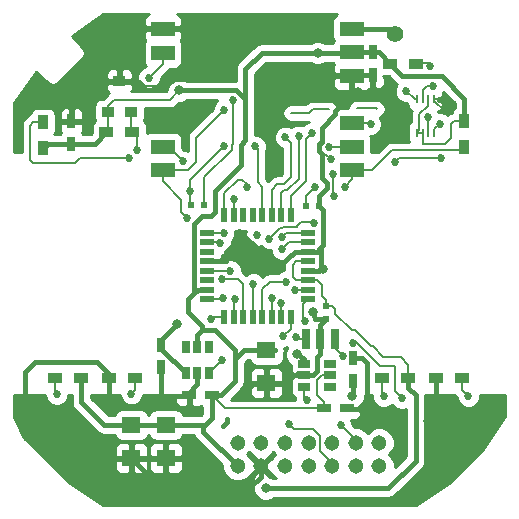
<source format=gbl>
G04 #@! TF.FileFunction,Copper,L2,Bot,Signal*
%FSLAX46Y46*%
G04 Gerber Fmt 4.6, Leading zero omitted, Abs format (unit mm)*
G04 Created by KiCad (PCBNEW 4.0.6) date 04/01/17 23:48:12*
%MOMM*%
%LPD*%
G01*
G04 APERTURE LIST*
%ADD10C,0.100000*%
%ADD11R,1.270000X0.533400*%
%ADD12R,0.533400X1.270000*%
%ADD13R,0.600000X0.500000*%
%ADD14R,0.750000X1.200000*%
%ADD15R,0.500000X0.600000*%
%ADD16R,1.200000X0.750000*%
%ADD17R,1.597660X1.399540*%
%ADD18R,0.900000X1.200000*%
%ADD19R,1.200000X0.900000*%
%ADD20C,1.305560*%
%ADD21R,0.698500X1.699260*%
%ADD22R,1.060000X0.650000*%
%ADD23R,0.650000X1.060000*%
%ADD24C,1.422400*%
%ADD25R,0.248920X0.797560*%
%ADD26R,0.998220X0.899160*%
%ADD27R,1.998980X1.270000*%
%ADD28C,0.800000*%
%ADD29C,0.685800*%
%ADD30C,0.203200*%
%ADD31C,0.406400*%
%ADD32C,0.254000*%
G04 APERTURE END LIST*
D10*
D11*
X152629600Y-102749920D03*
X152629600Y-103550020D03*
X152629600Y-104350120D03*
X152629600Y-105150220D03*
X152629600Y-105947780D03*
X152629600Y-106747880D03*
X152629600Y-107547980D03*
X152629600Y-108348080D03*
D12*
X151136080Y-109841600D03*
X150335980Y-109841600D03*
X149535880Y-109841600D03*
X148735780Y-109841600D03*
X147938220Y-109841600D03*
X147138120Y-109841600D03*
X146338020Y-109841600D03*
X145537920Y-109841600D03*
D11*
X144046940Y-108348080D03*
X144046940Y-107547980D03*
X144046940Y-106747880D03*
X144046940Y-105947780D03*
X144046940Y-105150220D03*
X144046940Y-104350120D03*
X144046940Y-103550020D03*
X144046940Y-102749920D03*
D12*
X145537920Y-101258940D03*
X146338020Y-101258940D03*
X147138120Y-101258940D03*
X147938220Y-101258940D03*
X148735780Y-101258940D03*
X149535880Y-101258940D03*
X150335980Y-101258940D03*
X151136080Y-101258940D03*
D13*
X143832000Y-100418000D03*
X142732000Y-100418000D03*
X153586000Y-100469000D03*
X152486000Y-100469000D03*
D14*
X158116000Y-87453600D03*
X158116000Y-89353600D03*
X156464000Y-113358000D03*
X156464000Y-115258000D03*
X132588000Y-93292000D03*
X132588000Y-95192000D03*
D15*
X154178000Y-110032000D03*
X154178000Y-108932000D03*
D16*
X155890000Y-117610000D03*
X153990000Y-117610000D03*
D14*
X140209000Y-114119000D03*
X140209000Y-112219000D03*
D16*
X142561000Y-116471000D03*
X144461000Y-116471000D03*
D17*
X149098000Y-112654460D03*
X149098000Y-115453540D03*
X140589000Y-119004460D03*
X140589000Y-121803540D03*
X137668000Y-119004460D03*
X137668000Y-121803540D03*
D18*
X130175000Y-93396000D03*
X130175000Y-95596000D03*
D19*
X135552000Y-94242000D03*
X137752000Y-94242000D03*
D18*
X165862000Y-95469000D03*
X165862000Y-93269000D03*
D19*
X133434000Y-115070000D03*
X131234000Y-115070000D03*
X138006000Y-115070000D03*
X135806000Y-115070000D03*
X161120000Y-115070000D03*
X158920000Y-115070000D03*
X165692000Y-115070000D03*
X163492000Y-115070000D03*
X159556000Y-88403600D03*
X161756000Y-88403600D03*
D20*
X146661000Y-120500000D03*
X146661000Y-122498980D03*
X148659980Y-120500000D03*
X148659980Y-122498980D03*
X150658960Y-120500000D03*
X150658960Y-122498980D03*
X152660480Y-120500000D03*
X152660480Y-122498980D03*
X154659460Y-120500000D03*
X154659460Y-122498980D03*
X156660980Y-120500000D03*
X156660980Y-122498980D03*
X158659960Y-120500000D03*
X158659960Y-122498980D03*
D21*
X152471120Y-111768000D03*
X153670000Y-111768000D03*
X154868880Y-111768000D03*
D22*
X152316000Y-115766000D03*
X152316000Y-114816000D03*
X152316000Y-113866000D03*
X154516000Y-113866000D03*
X154516000Y-115766000D03*
X154516000Y-114816000D03*
D23*
X144206000Y-114646000D03*
X143256000Y-114646000D03*
X142306000Y-114646000D03*
X142306000Y-112446000D03*
X144206000Y-112446000D03*
X143256000Y-112446000D03*
D24*
X160021000Y-85863600D03*
D25*
X161811700Y-91449060D03*
X163310300Y-91449060D03*
X162312080Y-94248140D03*
X162312080Y-91449060D03*
X163310300Y-94248140D03*
X162809920Y-94248140D03*
X161811700Y-94248140D03*
X162809920Y-91449060D03*
D26*
X137650220Y-92491940D03*
X135653780Y-92491940D03*
X136652000Y-89896060D03*
D27*
X156334460Y-85448520D03*
X140337540Y-95445960D03*
X156334460Y-89449020D03*
X140335000Y-85448520D03*
X140337540Y-97447480D03*
X156334460Y-93446980D03*
X156334460Y-97447480D03*
X140335000Y-87544020D03*
X156334460Y-95445960D03*
X156334460Y-87450040D03*
D28*
X153060400Y-109418500D03*
X142925800Y-121407300D03*
X147040600Y-116428900D03*
X153873200Y-105786300D03*
X156845000Y-90805000D03*
X162763200Y-118664100D03*
X159308800Y-118511700D03*
D29*
X145542000Y-89408000D03*
X154559000Y-96520000D03*
X164338000Y-92456000D03*
D28*
X152476200Y-88692100D03*
X153339800Y-85326600D03*
X160197800Y-93403800D03*
X141808200Y-92705300D03*
X149034500Y-124366400D03*
X141706600Y-90673300D03*
X153454100Y-87511000D03*
D29*
X146227800Y-91486100D03*
X142582900Y-99207700D03*
X137439400Y-96375600D03*
X145465800Y-95423100D03*
X148145500Y-95423100D03*
X146024600Y-105951400D03*
X153238200Y-98877500D03*
D28*
X151688800Y-113038000D03*
X156375100Y-116594000D03*
X141528800Y-110459900D03*
D29*
X145491200Y-102738300D03*
X131356100Y-116390800D03*
X160566100Y-116759100D03*
X156464000Y-112034700D03*
X150482300Y-111514000D03*
X159029400Y-116581300D03*
X137668000Y-116378100D03*
X166192200Y-116581300D03*
X147993100Y-107056300D03*
X150964900Y-118892700D03*
X150444200Y-103093900D03*
X151625300Y-111577500D03*
X151549100Y-107577000D03*
X152349200Y-110205900D03*
X155536900Y-113177700D03*
X149529800Y-108224700D03*
X150329900Y-108694600D03*
X155397200Y-119019700D03*
X150723600Y-106903900D03*
X160020000Y-96718500D03*
X163842700Y-96413700D03*
X160934400Y-90736800D03*
X162941000Y-88577800D03*
X145300700Y-106624500D03*
X148272500Y-102928800D03*
X155714700Y-98839400D03*
X146405600Y-108326300D03*
X163804600Y-93492700D03*
X157911800Y-93530800D03*
X144437100Y-110028100D03*
X142354300Y-101455600D03*
X145542000Y-92298900D03*
X163207700Y-90305000D03*
X149352000Y-103220900D03*
X145415000Y-108224700D03*
X154749500Y-97798000D03*
X154774900Y-99652200D03*
X153149300Y-101900100D03*
X162788600Y-92972000D03*
X154393900Y-95448500D03*
X152488900Y-116860700D03*
X150431500Y-104148000D03*
X145186400Y-103601900D03*
X145364200Y-113495200D03*
X139153900Y-89593800D03*
X147421600Y-98852100D03*
X146380200Y-99880800D03*
X138099800Y-95689800D03*
X150698200Y-94648400D03*
X151815800Y-94546800D03*
X152920700Y-94292800D03*
X142049500Y-96680400D03*
D30*
X156768800Y-92197300D02*
X158381700Y-92197300D01*
X158381700Y-92197300D02*
X158457900Y-92273500D01*
X154406600Y-92273500D02*
X153022300Y-92273500D01*
X153022300Y-92273500D02*
X152692100Y-92603700D01*
X152692100Y-92603700D02*
X151168100Y-92603700D01*
D31*
X145757900Y-118460900D02*
X145757900Y-118791100D01*
X145757900Y-118791100D02*
X145453100Y-119095900D01*
X153178600Y-110032000D02*
X153060400Y-109418500D01*
X154178000Y-110032000D02*
X153178600Y-110032000D01*
X142925800Y-121407300D02*
X142529560Y-121803540D01*
X137668000Y-121803540D02*
X142529560Y-121803540D01*
X148015960Y-115453540D02*
X149098000Y-115453540D01*
X147040600Y-116428900D02*
X148015960Y-115453540D01*
X153771600Y-105684700D02*
X153746200Y-105684700D01*
X153873200Y-105786300D02*
X153771600Y-105684700D01*
X149098000Y-115453540D02*
X150530560Y-115453540D01*
X150530560Y-115453540D02*
X151168100Y-114816000D01*
X151168100Y-114816000D02*
X152316000Y-114816000D01*
X152629600Y-105947780D02*
X153572020Y-105947780D01*
X153572020Y-105947780D02*
X153746200Y-105773600D01*
X153746200Y-105773600D02*
X153746200Y-105684700D01*
X153746200Y-105684700D02*
X153746200Y-103944800D01*
X151282400Y-104605200D02*
X151168100Y-104605200D01*
X151537480Y-104350120D02*
X151282400Y-104605200D01*
X152629600Y-104350120D02*
X151537480Y-104350120D01*
X149834600Y-105595800D02*
X148281580Y-104042780D01*
X150177500Y-105595800D02*
X149834600Y-105595800D01*
X151168100Y-104605200D02*
X150177500Y-105595800D01*
D30*
X151676100Y-114554000D02*
X152054000Y-114554000D01*
X152054000Y-114554000D02*
X152316000Y-114816000D01*
X157467300Y-117610000D02*
X158407100Y-117610000D01*
X158407100Y-117610000D02*
X159029400Y-118232300D01*
D31*
X145669000Y-104389300D02*
X145669000Y-105150220D01*
X145669000Y-105150220D02*
X144046940Y-105150220D01*
X148281580Y-104042780D02*
X147320000Y-103081200D01*
X147320000Y-103081200D02*
X146977100Y-103081200D01*
X146977100Y-103081200D02*
X145669000Y-104389300D01*
X153797000Y-98128200D02*
X153797000Y-96054800D01*
X153586000Y-99609200D02*
X154228800Y-98966400D01*
X154228800Y-98966400D02*
X154228800Y-98560000D01*
X154228800Y-98560000D02*
X153797000Y-98128200D01*
X153586000Y-100469000D02*
X153586000Y-99609200D01*
X154940000Y-92710000D02*
X154940000Y-92456000D01*
X154940000Y-92456000D02*
X156591000Y-90805000D01*
X156591000Y-90805000D02*
X156845000Y-90805000D01*
X153758900Y-93891100D02*
X154940000Y-92710000D01*
X153758900Y-95029400D02*
X153758900Y-93891100D01*
X153568400Y-95219900D02*
X153758900Y-95029400D01*
X153568400Y-95826200D02*
X153568400Y-95219900D01*
X153797000Y-96054800D02*
X153568400Y-95826200D01*
X163492000Y-115070000D02*
X163492000Y-118468700D01*
X163492000Y-118468700D02*
X163296600Y-118664100D01*
X163296600Y-118664100D02*
X162763200Y-118664100D01*
X159308800Y-118511700D02*
X159029400Y-118232300D01*
X159029400Y-118232300D02*
X159029400Y-118156100D01*
D30*
X145542000Y-89408000D02*
X145034000Y-89916000D01*
X145034000Y-89916000D02*
X141351000Y-89916000D01*
X141351000Y-89916000D02*
X141224000Y-90043000D01*
X141224000Y-90043000D02*
X141097000Y-90043000D01*
X141097000Y-90043000D02*
X140843000Y-90297000D01*
X140843000Y-90297000D02*
X138811000Y-90297000D01*
X138811000Y-90297000D02*
X138430000Y-89916000D01*
X138430000Y-89916000D02*
X136652000Y-89916000D01*
X136652000Y-89916000D02*
X136652000Y-89896060D01*
X163310300Y-91449060D02*
X163322000Y-91440000D01*
X163322000Y-91440000D02*
X163322000Y-91567000D01*
X163322000Y-91567000D02*
X164211000Y-92456000D01*
X153924000Y-96012000D02*
X153797000Y-96012000D01*
X154051000Y-96139000D02*
X153924000Y-96012000D01*
X154178000Y-96139000D02*
X154051000Y-96139000D01*
X154559000Y-96520000D02*
X154178000Y-96139000D01*
X164211000Y-92456000D02*
X164338000Y-92456000D01*
X152316000Y-114816000D02*
X152273000Y-114808000D01*
X152273000Y-114808000D02*
X152019000Y-114554000D01*
X152019000Y-114554000D02*
X151676100Y-114554000D01*
X149098000Y-115443000D02*
X149098000Y-115453540D01*
X157607000Y-117330600D02*
X157607000Y-117470300D01*
X157467300Y-117610000D02*
X155890000Y-117610000D01*
X157607000Y-117470300D02*
X157467300Y-117610000D01*
X157607000Y-117356000D02*
X157607000Y-117330600D01*
D31*
X157607000Y-117330600D02*
X157607000Y-113800000D01*
X157165000Y-113358000D02*
X156464000Y-113358000D01*
X157607000Y-113800000D02*
X157165000Y-113358000D01*
X153314400Y-85301200D02*
X152666700Y-85301200D01*
X153339800Y-85326600D02*
X153314400Y-85301200D01*
D30*
X160235900Y-93441900D02*
X160235900Y-93632400D01*
X160197800Y-93403800D02*
X160235900Y-93441900D01*
X143522700Y-92679900D02*
X143497300Y-92705300D01*
X141808200Y-92705300D02*
X143497300Y-92705300D01*
X163310300Y-91449060D02*
X164224760Y-91449060D01*
X164224760Y-91449060D02*
X164325300Y-91549600D01*
D31*
X142561000Y-116471000D02*
X142561000Y-116273000D01*
X142561000Y-116273000D02*
X143256000Y-115578000D01*
X143256000Y-115578000D02*
X143256000Y-114646000D01*
X140209000Y-114119000D02*
X140209000Y-116595000D01*
X140209000Y-116595000D02*
X140462000Y-116848000D01*
X148659980Y-122498980D02*
X148659980Y-123382020D01*
X148659980Y-123382020D02*
X147828000Y-124214000D01*
X147828000Y-124214000D02*
X140078460Y-124214000D01*
X140078460Y-124214000D02*
X137668000Y-121803540D01*
X128651000Y-116975000D02*
X128778000Y-116975000D01*
X128778000Y-116975000D02*
X133606540Y-121803540D01*
X133606540Y-121803540D02*
X137668000Y-121803540D01*
X153670000Y-111768000D02*
X153670000Y-113038000D01*
X153035000Y-114816000D02*
X152316000Y-114816000D01*
X153416000Y-114435000D02*
X153035000Y-114816000D01*
X153416000Y-113292000D02*
X153416000Y-114435000D01*
X153670000Y-113038000D02*
X153416000Y-113292000D01*
X135806000Y-115070000D02*
X135806000Y-114732000D01*
X135806000Y-114732000D02*
X134747000Y-113673000D01*
X134747000Y-113673000D02*
X129540000Y-113673000D01*
X129540000Y-113673000D02*
X128651000Y-114562000D01*
X128651000Y-114562000D02*
X128651000Y-116975000D01*
X152629600Y-104350120D02*
X153340880Y-104350120D01*
X153924000Y-100807000D02*
X153586000Y-100469000D01*
X153924000Y-103767000D02*
X153924000Y-100807000D01*
X153340880Y-104350120D02*
X153746200Y-103944800D01*
X153746200Y-103944800D02*
X153924000Y-103767000D01*
X163492000Y-115070000D02*
X163492000Y-116932000D01*
X163492000Y-116932000D02*
X163449000Y-116975000D01*
X135806000Y-115070000D02*
X135806000Y-116891000D01*
X135806000Y-116891000D02*
X135890000Y-116975000D01*
X153670000Y-111768000D02*
X153670000Y-110540000D01*
X153670000Y-110540000D02*
X154178000Y-110032000D01*
X140589000Y-119004460D02*
X142872460Y-119004460D01*
D30*
X156362400Y-110993300D02*
X156298900Y-110993300D01*
X157937200Y-112352200D02*
X156578300Y-110993300D01*
X156578300Y-110993300D02*
X156362400Y-110993300D01*
X161120000Y-115070000D02*
X161120000Y-113896700D01*
X158978600Y-113241200D02*
X158089600Y-112352200D01*
X160464500Y-113241200D02*
X158978600Y-113241200D01*
X161120000Y-113896700D02*
X160464500Y-113241200D01*
X158089600Y-112352200D02*
X157937200Y-112352200D01*
X154631300Y-108932000D02*
X154178000Y-108932000D01*
X154889200Y-109189900D02*
X154631300Y-108932000D01*
X154889200Y-109583600D02*
X154889200Y-109189900D01*
X156298900Y-110993300D02*
X154889200Y-109583600D01*
X154301100Y-108932000D02*
X154178000Y-108932000D01*
X154178000Y-108932000D02*
X154178000Y-108440600D01*
X154178000Y-108440600D02*
X153797000Y-108059600D01*
X153797000Y-108059600D02*
X153797000Y-107196000D01*
X153797000Y-107196000D02*
X153348880Y-106747880D01*
X153348880Y-106747880D02*
X152629600Y-106747880D01*
X153990000Y-117610000D02*
X145600000Y-117610000D01*
X145600000Y-117610000D02*
X144461000Y-116471000D01*
X152629600Y-106747880D02*
X151596280Y-106747880D01*
X151596280Y-106747880D02*
X151307800Y-106459400D01*
X151307800Y-106459400D02*
X151307800Y-105456100D01*
X151307800Y-105456100D02*
X151613680Y-105150220D01*
X151613680Y-105150220D02*
X152629600Y-105150220D01*
D31*
X143002000Y-107831000D02*
X143002000Y-101989000D01*
X161120000Y-115070000D02*
X161120000Y-115865200D01*
X159372300Y-124366400D02*
X149034500Y-124366400D01*
X161721800Y-122016900D02*
X159372300Y-124366400D01*
X161721800Y-116467000D02*
X161721800Y-122016900D01*
X161120000Y-115865200D02*
X161721800Y-116467000D01*
X161120000Y-115070000D02*
X161120000Y-115319100D01*
X149819360Y-112654460D02*
X149098000Y-112654460D01*
X132588000Y-95192000D02*
X130579000Y-95192000D01*
X130579000Y-95192000D02*
X130175000Y-95596000D01*
X132588000Y-95192000D02*
X134602000Y-95192000D01*
X134602000Y-95192000D02*
X135552000Y-94242000D01*
D30*
X135552000Y-94242000D02*
X135653780Y-94140220D01*
X135653780Y-94140220D02*
X135653780Y-92491940D01*
X135653780Y-92491940D02*
X135653780Y-92014420D01*
X140906500Y-91473400D02*
X141706600Y-90673300D01*
X136194800Y-91473400D02*
X140906500Y-91473400D01*
X135653780Y-92014420D02*
X136194800Y-91473400D01*
X162809920Y-91449060D02*
X162809920Y-91960080D01*
X162052000Y-94007840D02*
X161811700Y-94248140D01*
X162052000Y-92718000D02*
X162052000Y-94007840D01*
X162809920Y-91960080D02*
X162052000Y-92718000D01*
D31*
X165862000Y-93269000D02*
X165862000Y-91397200D01*
X160606500Y-89454100D02*
X159556000Y-88403600D01*
X163918900Y-89454100D02*
X160606500Y-89454100D01*
X165862000Y-91397200D02*
X163918900Y-89454100D01*
D30*
X162312080Y-94248140D02*
X162312080Y-95137080D01*
X164942700Y-93269000D02*
X165862000Y-93269000D01*
X164693600Y-93518100D02*
X164942700Y-93269000D01*
X164693600Y-93556200D02*
X164693600Y-93518100D01*
X164693600Y-94699200D02*
X164693600Y-93556200D01*
X164198300Y-95194500D02*
X164693600Y-94699200D01*
X162369500Y-95194500D02*
X164198300Y-95194500D01*
X162312080Y-95137080D02*
X162369500Y-95194500D01*
D31*
X143802100Y-90686000D02*
X141770100Y-90686000D01*
X141757400Y-90673300D02*
X141706600Y-90673300D01*
X141770100Y-90686000D02*
X141757400Y-90673300D01*
X153898600Y-87511000D02*
X153454100Y-87511000D01*
D30*
X153990000Y-117610000D02*
X153990000Y-117091800D01*
X153758900Y-114816000D02*
X154516000Y-114816000D01*
X153365200Y-115209700D02*
X153758900Y-114816000D01*
X153365200Y-116467000D02*
X153365200Y-115209700D01*
X153990000Y-117091800D02*
X153365200Y-116467000D01*
X161811700Y-94248140D02*
X162312080Y-94248140D01*
D31*
X158116000Y-87453600D02*
X158606000Y-87453600D01*
X158606000Y-87453600D02*
X159556000Y-88403600D01*
X156334460Y-87450040D02*
X158112440Y-87450040D01*
X158112440Y-87450040D02*
X158116000Y-87453600D01*
X151130000Y-87511000D02*
X153898600Y-87511000D01*
X153898600Y-87511000D02*
X156273500Y-87511000D01*
X156273500Y-87511000D02*
X156334460Y-87450040D01*
X144046940Y-107547980D02*
X143285020Y-107547980D01*
X147320000Y-91448000D02*
X147320000Y-88908000D01*
X147320000Y-88908000D02*
X148717000Y-87511000D01*
X148717000Y-87511000D02*
X151130000Y-87511000D01*
X151130000Y-87511000D02*
X151257000Y-87511000D01*
X146936460Y-97036000D02*
X146936460Y-95260540D01*
X146936460Y-95260540D02*
X147320000Y-94877000D01*
X147320000Y-94877000D02*
X147320000Y-91448000D01*
X147320000Y-91448000D02*
X146558000Y-90686000D01*
X146558000Y-90686000D02*
X143802100Y-90686000D01*
X143802100Y-90686000D02*
X143764000Y-90686000D01*
X143002000Y-101989000D02*
X143637000Y-101354000D01*
X143637000Y-101354000D02*
X144399000Y-101354000D01*
X144399000Y-101354000D02*
X144780000Y-100973000D01*
X144780000Y-100973000D02*
X144780000Y-99192460D01*
X144780000Y-99192460D02*
X146936460Y-97036000D01*
X143637000Y-111006000D02*
X143637000Y-110625000D01*
X143637000Y-110625000D02*
X142494000Y-109482000D01*
X142494000Y-109482000D02*
X142494000Y-108339000D01*
X142494000Y-108339000D02*
X143002000Y-107831000D01*
X143002000Y-107831000D02*
X143285020Y-107547980D01*
X143285020Y-107547980D02*
X144046940Y-107547980D01*
X153990000Y-117610000D02*
X154178000Y-117610000D01*
X146431000Y-113292000D02*
X146431000Y-112657000D01*
X146431000Y-112657000D02*
X144780000Y-111006000D01*
X144780000Y-111006000D02*
X143637000Y-111006000D01*
X143637000Y-111006000D02*
X143256000Y-111387000D01*
X143256000Y-111387000D02*
X143256000Y-112446000D01*
X144461000Y-116471000D02*
X145284000Y-116471000D01*
X146431000Y-115324000D02*
X146431000Y-113292000D01*
X145284000Y-116471000D02*
X146431000Y-115324000D01*
X146431000Y-113292000D02*
X146431000Y-113419000D01*
X147195540Y-112654460D02*
X149098000Y-112654460D01*
X146431000Y-113419000D02*
X147195540Y-112654460D01*
X143764000Y-119004460D02*
X143764000Y-119601980D01*
X143764000Y-119601980D02*
X146661000Y-122498980D01*
X137668000Y-119004460D02*
X142872460Y-119004460D01*
X142872460Y-119004460D02*
X143764000Y-119004460D01*
X143764000Y-119004460D02*
X143893540Y-119004460D01*
X144461000Y-118437000D02*
X144461000Y-116471000D01*
X143893540Y-119004460D02*
X144461000Y-118437000D01*
X137668000Y-119004460D02*
X135379460Y-119004460D01*
X135379460Y-119004460D02*
X133434000Y-117059000D01*
X133434000Y-117059000D02*
X133434000Y-115070000D01*
D30*
X143832000Y-98047500D02*
X143832000Y-100418000D01*
X146177000Y-95702500D02*
X143832000Y-98047500D01*
X146177000Y-95245300D02*
X146177000Y-95702500D01*
X146227800Y-95194500D02*
X146177000Y-95245300D01*
X146227800Y-91486100D02*
X146227800Y-95194500D01*
X133299200Y-96375600D02*
X137439400Y-96375600D01*
X132854700Y-96820100D02*
X133299200Y-96375600D01*
X129336800Y-96820100D02*
X132854700Y-96820100D01*
X129095500Y-96578800D02*
X129336800Y-96820100D01*
X129095500Y-93657800D02*
X129095500Y-96578800D01*
X129357300Y-93396000D02*
X129095500Y-93657800D01*
X130175000Y-93396000D02*
X129357300Y-93396000D01*
X145465800Y-95423100D02*
X142582900Y-98306000D01*
X142582900Y-98306000D02*
X142582900Y-99207700D01*
X148735780Y-98832780D02*
X148735780Y-101258940D01*
X148348700Y-95626300D02*
X148145500Y-95423100D01*
X148348700Y-98445700D02*
X148348700Y-95626300D01*
X148735780Y-98832780D02*
X148348700Y-98445700D01*
X142582900Y-99207700D02*
X142582900Y-100268900D01*
X142582900Y-100268900D02*
X142732000Y-100418000D01*
X146020980Y-105947780D02*
X144046940Y-105947780D01*
X146024600Y-105951400D02*
X146020980Y-105947780D01*
X144046940Y-105947780D02*
X145977420Y-105947780D01*
X152486000Y-99629700D02*
X153238200Y-98877500D01*
X152486000Y-99629700D02*
X152486000Y-100469000D01*
X152486000Y-100469000D02*
X152527000Y-100457000D01*
X144018000Y-105918000D02*
X144046940Y-105947780D01*
D31*
X152316000Y-113866000D02*
X152316000Y-113436600D01*
X152316000Y-113436600D02*
X151688800Y-113038000D01*
X156464000Y-115258000D02*
X156464000Y-116505100D01*
X156464000Y-116505100D02*
X156375100Y-116594000D01*
X140209000Y-112219000D02*
X140209000Y-111779700D01*
X140209000Y-111779700D02*
X141528800Y-110459900D01*
X140209000Y-112219000D02*
X140209000Y-112549000D01*
X140209000Y-112549000D02*
X142306000Y-114646000D01*
D30*
X145491200Y-102738300D02*
X145479580Y-102749920D01*
X144046940Y-102749920D02*
X145479580Y-102749920D01*
X131234000Y-115070000D02*
X131234000Y-116268700D01*
X131234000Y-116268700D02*
X131356100Y-116390800D01*
X160566100Y-116759100D02*
X159956500Y-116149500D01*
X159956500Y-116149500D02*
X159956500Y-114104800D01*
X159956500Y-114104800D02*
X159905700Y-114054000D01*
X159905700Y-114054000D02*
X158724600Y-114054000D01*
X158724600Y-114054000D02*
X156578300Y-111907700D01*
X156578300Y-111907700D02*
X156464000Y-112034700D01*
X151136080Y-110860220D02*
X151136080Y-109841600D01*
X150482300Y-111514000D02*
X151136080Y-110860220D01*
X158920000Y-115070000D02*
X158920000Y-116471900D01*
X158920000Y-116471900D02*
X159029400Y-116581300D01*
X138006000Y-116040100D02*
X138006000Y-115070000D01*
X137668000Y-116378100D02*
X138006000Y-116040100D01*
X165692000Y-116081100D02*
X165692000Y-115070000D01*
X166192200Y-116581300D02*
X165692000Y-116081100D01*
X154659460Y-122257060D02*
X153644600Y-121242200D01*
X147976320Y-107073080D02*
X147938220Y-109841600D01*
X147993100Y-107056300D02*
X147976320Y-107073080D01*
X151422100Y-119349900D02*
X150964900Y-118892700D01*
X153060400Y-119349900D02*
X151422100Y-119349900D01*
X153644600Y-119934100D02*
X153060400Y-119349900D01*
X153644600Y-121242200D02*
X153644600Y-119934100D01*
X154659460Y-122498980D02*
X154659460Y-122257060D01*
X150788180Y-102749920D02*
X152629600Y-102749920D01*
X150444200Y-103093900D02*
X150788180Y-102749920D01*
X152471120Y-111768000D02*
X151815800Y-111768000D01*
X151815800Y-111768000D02*
X151625300Y-111577500D01*
X151549100Y-107577000D02*
X151578120Y-107547980D01*
X151578120Y-107547980D02*
X152629600Y-107547980D01*
X152471120Y-111768000D02*
X152471120Y-110947580D01*
X152184100Y-108793580D02*
X152629600Y-108348080D01*
X152184100Y-110040800D02*
X152184100Y-108793580D01*
X152349200Y-110205900D02*
X152184100Y-110040800D01*
X154868880Y-111768000D02*
X154868880Y-112509680D01*
X154868880Y-112509680D02*
X155536900Y-113177700D01*
X149535880Y-108230780D02*
X149535880Y-109841600D01*
X149529800Y-108224700D02*
X149535880Y-108230780D01*
X150329900Y-108694600D02*
X150335980Y-108700680D01*
X150335980Y-108700680D02*
X150335980Y-109841600D01*
X156660980Y-120283480D02*
X155397200Y-119019700D01*
X156660980Y-120500000D02*
X156660980Y-120283480D01*
X148735780Y-109841600D02*
X148735780Y-107532820D01*
X148735780Y-107532820D02*
X149364700Y-106903900D01*
X149364700Y-106903900D02*
X150723600Y-106903900D01*
X160020000Y-96718500D02*
X160324800Y-96413700D01*
X160324800Y-96413700D02*
X163842700Y-96413700D01*
X161756000Y-88403600D02*
X162741400Y-88378200D01*
X161646660Y-91449060D02*
X161811700Y-91449060D01*
X160934400Y-90736800D02*
X161646660Y-91449060D01*
X162741400Y-88378200D02*
X162941000Y-88577800D01*
X147138120Y-109037500D02*
X147138120Y-107077620D01*
X156334460Y-98219640D02*
X156334460Y-97447480D01*
X155714700Y-98839400D02*
X156334460Y-98219640D01*
X146685000Y-106624500D02*
X145300700Y-106624500D01*
X147138120Y-107077620D02*
X146685000Y-106624500D01*
X147138120Y-109841600D02*
X147138120Y-109037500D01*
X147138120Y-109037500D02*
X147138120Y-108957220D01*
X156334460Y-97447480D02*
X158059120Y-97447480D01*
X159753300Y-95753300D02*
X165577700Y-95753300D01*
X158059120Y-97447480D02*
X159753300Y-95753300D01*
X165577700Y-95753300D02*
X165862000Y-95469000D01*
X146338020Y-108393880D02*
X146338020Y-109841600D01*
X146405600Y-108326300D02*
X146338020Y-108393880D01*
X163310300Y-94248140D02*
X163310300Y-93987000D01*
X163310300Y-93987000D02*
X163804600Y-93492700D01*
X157911800Y-93530800D02*
X157827980Y-93446980D01*
X157827980Y-93446980D02*
X156334460Y-93446980D01*
X144623600Y-109841600D02*
X144437100Y-110028100D01*
X144623600Y-109841600D02*
X145537920Y-109841600D01*
X140337540Y-97447480D02*
X140337540Y-98359340D01*
X141897100Y-100998400D02*
X142354300Y-101455600D01*
X141897100Y-99918900D02*
X141897100Y-100998400D01*
X140337540Y-98359340D02*
X141897100Y-99918900D01*
X142488920Y-97447480D02*
X140337540Y-97447480D01*
X143167100Y-96769300D02*
X142488920Y-97447480D01*
X143167100Y-94673800D02*
X143167100Y-96769300D01*
X145542000Y-92298900D02*
X143167100Y-94673800D01*
X162312080Y-91449060D02*
X162312080Y-90654520D01*
X162661600Y-90305000D02*
X163207700Y-90305000D01*
X162312080Y-90654520D02*
X162661600Y-90305000D01*
X149352000Y-103220900D02*
X150228300Y-102344600D01*
X150228300Y-102344600D02*
X150431500Y-102344600D01*
X150431500Y-102344600D02*
X150533100Y-102243000D01*
X151650700Y-102243000D02*
X150533100Y-102243000D01*
X145291620Y-108348080D02*
X144046940Y-108348080D01*
X145415000Y-108224700D02*
X145291620Y-108348080D01*
X151650700Y-102243000D02*
X151650700Y-102192200D01*
X154749500Y-99626800D02*
X154749500Y-97798000D01*
X154774900Y-99652200D02*
X154749500Y-99626800D01*
X152908000Y-101900100D02*
X153149300Y-101900100D01*
X152831800Y-101823900D02*
X152908000Y-101900100D01*
X152019000Y-101823900D02*
X152831800Y-101823900D01*
X151650700Y-102192200D02*
X152019000Y-101823900D01*
X151650700Y-102243000D02*
X151663400Y-102243000D01*
X162809920Y-94248140D02*
X162809920Y-92993320D01*
X162809920Y-92993320D02*
X162788600Y-92972000D01*
X154396440Y-95445960D02*
X156334460Y-95445960D01*
X154393900Y-95448500D02*
X154396440Y-95445960D01*
X152316000Y-116687800D02*
X152488900Y-116860700D01*
X152316000Y-115766000D02*
X152316000Y-116687800D01*
X151181880Y-103550020D02*
X151029480Y-103550020D01*
X151029480Y-103550020D02*
X150431500Y-104148000D01*
X151181880Y-103550020D02*
X152629600Y-103550020D01*
X144046940Y-103550020D02*
X145134520Y-103550020D01*
X145186400Y-103601900D02*
X145134520Y-103550020D01*
X145364200Y-113495200D02*
X144213400Y-114646000D01*
X144213400Y-114646000D02*
X144206000Y-114646000D01*
X147421600Y-98852100D02*
X147421600Y-98610800D01*
X140335000Y-87544020D02*
X140335000Y-88412700D01*
X139153900Y-89593800D02*
X140335000Y-88412700D01*
X145537920Y-99364180D02*
X145537920Y-101258940D01*
X146659600Y-98242500D02*
X145537920Y-99364180D01*
X147053300Y-98242500D02*
X146659600Y-98242500D01*
X147421600Y-98610800D02*
X147053300Y-98242500D01*
X146338020Y-99922980D02*
X146338020Y-101258940D01*
X146380200Y-99880800D02*
X146338020Y-99922980D01*
X137650220Y-92491940D02*
X137650220Y-94140220D01*
X137650220Y-94140220D02*
X138099800Y-94589800D01*
X138099800Y-94589800D02*
X138099800Y-95689800D01*
X149535880Y-99087320D02*
X149535880Y-101258940D01*
X150025100Y-98598100D02*
X149535880Y-99087320D01*
X150609300Y-98598100D02*
X150025100Y-98598100D01*
X151155400Y-98052000D02*
X150609300Y-98598100D01*
X151155400Y-95105600D02*
X151155400Y-98052000D01*
X150698200Y-94648400D02*
X151155400Y-95105600D01*
X151828500Y-96261300D02*
X151828500Y-98153600D01*
X150335980Y-99379420D02*
X150335980Y-101258940D01*
X150596600Y-99118800D02*
X150335980Y-99379420D01*
X150863300Y-99118800D02*
X150596600Y-99118800D01*
X151828500Y-98153600D02*
X150863300Y-99118800D01*
X151828500Y-94559500D02*
X151828500Y-96261300D01*
X151828500Y-96261300D02*
X151828500Y-96274000D01*
X151815800Y-94546800D02*
X151828500Y-94559500D01*
X151136080Y-99646120D02*
X151136080Y-101258940D01*
X152438100Y-98344100D02*
X151136080Y-99646120D01*
X152438100Y-94775400D02*
X152438100Y-98344100D01*
X152920700Y-94292800D02*
X152438100Y-94775400D01*
X140337540Y-95445960D02*
X140815060Y-95445960D01*
X140815060Y-95445960D02*
X142049500Y-96680400D01*
D31*
X156334460Y-85448520D02*
X159605920Y-85448520D01*
X159605920Y-85448520D02*
X160021000Y-85863600D01*
D32*
G36*
X130378031Y-116584463D02*
X130526593Y-116944012D01*
X130801441Y-117219340D01*
X131160730Y-117368530D01*
X131549763Y-117368869D01*
X131909312Y-117220307D01*
X132184640Y-116945459D01*
X132333830Y-116586170D01*
X132333934Y-116467000D01*
X132595800Y-116467000D01*
X132595800Y-117059000D01*
X132659604Y-117379766D01*
X132841303Y-117651697D01*
X134786763Y-119597157D01*
X135058695Y-119778856D01*
X135379460Y-119842660D01*
X136247777Y-119842660D01*
X136266008Y-119939547D01*
X136405080Y-120155671D01*
X136617280Y-120300661D01*
X136869170Y-120351670D01*
X138466830Y-120351670D01*
X138702147Y-120307392D01*
X138918271Y-120168320D01*
X139063261Y-119956120D01*
X139086237Y-119842660D01*
X139168777Y-119842660D01*
X139187008Y-119939547D01*
X139326080Y-120155671D01*
X139538280Y-120300661D01*
X139790170Y-120351670D01*
X141387830Y-120351670D01*
X141623147Y-120307392D01*
X141839271Y-120168320D01*
X141984261Y-119956120D01*
X142007237Y-119842660D01*
X142973674Y-119842660D01*
X142989604Y-119922746D01*
X143171303Y-120194677D01*
X145373309Y-122396683D01*
X145372997Y-122754011D01*
X145568637Y-123227496D01*
X145930579Y-123590070D01*
X146403721Y-123786536D01*
X146916031Y-123786983D01*
X147389516Y-123591343D01*
X147752090Y-123229401D01*
X147756111Y-123219718D01*
X147758948Y-123220406D01*
X148480375Y-122498980D01*
X147758948Y-121777554D01*
X147756535Y-121778140D01*
X147753363Y-121770464D01*
X147482707Y-121499335D01*
X147660645Y-121321707D01*
X147929559Y-121591090D01*
X147939242Y-121595111D01*
X147938554Y-121597948D01*
X148659980Y-122319375D01*
X149381406Y-121597948D01*
X149380820Y-121595535D01*
X149388496Y-121592363D01*
X149659625Y-121321707D01*
X149837253Y-121499645D01*
X149567870Y-121768559D01*
X149563849Y-121778242D01*
X149561012Y-121777554D01*
X148839585Y-122498980D01*
X149561012Y-123220406D01*
X149563425Y-123219820D01*
X149566597Y-123227496D01*
X149866777Y-123528200D01*
X149660198Y-123528200D01*
X149621546Y-123489481D01*
X149363885Y-123382491D01*
X148659980Y-122678585D01*
X147938554Y-123400012D01*
X147994576Y-123630895D01*
X148225682Y-123711372D01*
X148157581Y-123779354D01*
X147999680Y-124159623D01*
X147999321Y-124571371D01*
X148156558Y-124951915D01*
X148447454Y-125243319D01*
X148827723Y-125401220D01*
X149239471Y-125401579D01*
X149620015Y-125244342D01*
X149659826Y-125204600D01*
X159372300Y-125204600D01*
X159693066Y-125140796D01*
X159964997Y-124959097D01*
X162314497Y-122609597D01*
X162496196Y-122337665D01*
X162560000Y-122016900D01*
X162560000Y-116467000D01*
X165080971Y-116467000D01*
X165171145Y-116601955D01*
X165214244Y-116645054D01*
X165214131Y-116774963D01*
X165362693Y-117134512D01*
X165637541Y-117409840D01*
X165996830Y-117559030D01*
X166385863Y-117559369D01*
X166745412Y-117410807D01*
X167020740Y-117135959D01*
X167169930Y-116776670D01*
X167170200Y-116467000D01*
X169291100Y-116467000D01*
X169291100Y-118288629D01*
X167449342Y-121051266D01*
X164548766Y-123951842D01*
X161786129Y-125793600D01*
X135216071Y-125793600D01*
X132453434Y-123951842D01*
X130590882Y-122089290D01*
X136234170Y-122089290D01*
X136234170Y-122629620D01*
X136330843Y-122863009D01*
X136509472Y-123041637D01*
X136742861Y-123138310D01*
X137382250Y-123138310D01*
X137541000Y-122979560D01*
X137541000Y-121930540D01*
X137795000Y-121930540D01*
X137795000Y-122979560D01*
X137953750Y-123138310D01*
X138593139Y-123138310D01*
X138826528Y-123041637D01*
X139005157Y-122863009D01*
X139101830Y-122629620D01*
X139101830Y-122089290D01*
X139155170Y-122089290D01*
X139155170Y-122629620D01*
X139251843Y-122863009D01*
X139430472Y-123041637D01*
X139663861Y-123138310D01*
X140303250Y-123138310D01*
X140462000Y-122979560D01*
X140462000Y-121930540D01*
X140716000Y-121930540D01*
X140716000Y-122979560D01*
X140874750Y-123138310D01*
X141514139Y-123138310D01*
X141747528Y-123041637D01*
X141926157Y-122863009D01*
X142022830Y-122629620D01*
X142022830Y-122089290D01*
X141864080Y-121930540D01*
X140716000Y-121930540D01*
X140462000Y-121930540D01*
X139313920Y-121930540D01*
X139155170Y-122089290D01*
X139101830Y-122089290D01*
X138943080Y-121930540D01*
X137795000Y-121930540D01*
X137541000Y-121930540D01*
X136392920Y-121930540D01*
X136234170Y-122089290D01*
X130590882Y-122089290D01*
X129479052Y-120977460D01*
X136234170Y-120977460D01*
X136234170Y-121517790D01*
X136392920Y-121676540D01*
X137541000Y-121676540D01*
X137541000Y-120627520D01*
X137795000Y-120627520D01*
X137795000Y-121676540D01*
X138943080Y-121676540D01*
X139101830Y-121517790D01*
X139101830Y-120977460D01*
X139155170Y-120977460D01*
X139155170Y-121517790D01*
X139313920Y-121676540D01*
X140462000Y-121676540D01*
X140462000Y-120627520D01*
X140716000Y-120627520D01*
X140716000Y-121676540D01*
X141864080Y-121676540D01*
X142022830Y-121517790D01*
X142022830Y-120977460D01*
X141926157Y-120744071D01*
X141747528Y-120565443D01*
X141514139Y-120468770D01*
X140874750Y-120468770D01*
X140716000Y-120627520D01*
X140462000Y-120627520D01*
X140303250Y-120468770D01*
X139663861Y-120468770D01*
X139430472Y-120565443D01*
X139251843Y-120744071D01*
X139155170Y-120977460D01*
X139101830Y-120977460D01*
X139005157Y-120744071D01*
X138826528Y-120565443D01*
X138593139Y-120468770D01*
X137953750Y-120468770D01*
X137795000Y-120627520D01*
X137541000Y-120627520D01*
X137382250Y-120468770D01*
X136742861Y-120468770D01*
X136509472Y-120565443D01*
X136330843Y-120744071D01*
X136234170Y-120977460D01*
X129479052Y-120977460D01*
X128584616Y-120083024D01*
X127711100Y-118335992D01*
X127711100Y-116467000D01*
X130378133Y-116467000D01*
X130378031Y-116584463D01*
X130378031Y-116584463D01*
G37*
X130378031Y-116584463D02*
X130526593Y-116944012D01*
X130801441Y-117219340D01*
X131160730Y-117368530D01*
X131549763Y-117368869D01*
X131909312Y-117220307D01*
X132184640Y-116945459D01*
X132333830Y-116586170D01*
X132333934Y-116467000D01*
X132595800Y-116467000D01*
X132595800Y-117059000D01*
X132659604Y-117379766D01*
X132841303Y-117651697D01*
X134786763Y-119597157D01*
X135058695Y-119778856D01*
X135379460Y-119842660D01*
X136247777Y-119842660D01*
X136266008Y-119939547D01*
X136405080Y-120155671D01*
X136617280Y-120300661D01*
X136869170Y-120351670D01*
X138466830Y-120351670D01*
X138702147Y-120307392D01*
X138918271Y-120168320D01*
X139063261Y-119956120D01*
X139086237Y-119842660D01*
X139168777Y-119842660D01*
X139187008Y-119939547D01*
X139326080Y-120155671D01*
X139538280Y-120300661D01*
X139790170Y-120351670D01*
X141387830Y-120351670D01*
X141623147Y-120307392D01*
X141839271Y-120168320D01*
X141984261Y-119956120D01*
X142007237Y-119842660D01*
X142973674Y-119842660D01*
X142989604Y-119922746D01*
X143171303Y-120194677D01*
X145373309Y-122396683D01*
X145372997Y-122754011D01*
X145568637Y-123227496D01*
X145930579Y-123590070D01*
X146403721Y-123786536D01*
X146916031Y-123786983D01*
X147389516Y-123591343D01*
X147752090Y-123229401D01*
X147756111Y-123219718D01*
X147758948Y-123220406D01*
X148480375Y-122498980D01*
X147758948Y-121777554D01*
X147756535Y-121778140D01*
X147753363Y-121770464D01*
X147482707Y-121499335D01*
X147660645Y-121321707D01*
X147929559Y-121591090D01*
X147939242Y-121595111D01*
X147938554Y-121597948D01*
X148659980Y-122319375D01*
X149381406Y-121597948D01*
X149380820Y-121595535D01*
X149388496Y-121592363D01*
X149659625Y-121321707D01*
X149837253Y-121499645D01*
X149567870Y-121768559D01*
X149563849Y-121778242D01*
X149561012Y-121777554D01*
X148839585Y-122498980D01*
X149561012Y-123220406D01*
X149563425Y-123219820D01*
X149566597Y-123227496D01*
X149866777Y-123528200D01*
X149660198Y-123528200D01*
X149621546Y-123489481D01*
X149363885Y-123382491D01*
X148659980Y-122678585D01*
X147938554Y-123400012D01*
X147994576Y-123630895D01*
X148225682Y-123711372D01*
X148157581Y-123779354D01*
X147999680Y-124159623D01*
X147999321Y-124571371D01*
X148156558Y-124951915D01*
X148447454Y-125243319D01*
X148827723Y-125401220D01*
X149239471Y-125401579D01*
X149620015Y-125244342D01*
X149659826Y-125204600D01*
X159372300Y-125204600D01*
X159693066Y-125140796D01*
X159964997Y-124959097D01*
X162314497Y-122609597D01*
X162496196Y-122337665D01*
X162560000Y-122016900D01*
X162560000Y-116467000D01*
X165080971Y-116467000D01*
X165171145Y-116601955D01*
X165214244Y-116645054D01*
X165214131Y-116774963D01*
X165362693Y-117134512D01*
X165637541Y-117409840D01*
X165996830Y-117559030D01*
X166385863Y-117559369D01*
X166745412Y-117410807D01*
X167020740Y-117135959D01*
X167169930Y-116776670D01*
X167170200Y-116467000D01*
X169291100Y-116467000D01*
X169291100Y-118288629D01*
X167449342Y-121051266D01*
X164548766Y-123951842D01*
X161786129Y-125793600D01*
X135216071Y-125793600D01*
X132453434Y-123951842D01*
X130590882Y-122089290D01*
X136234170Y-122089290D01*
X136234170Y-122629620D01*
X136330843Y-122863009D01*
X136509472Y-123041637D01*
X136742861Y-123138310D01*
X137382250Y-123138310D01*
X137541000Y-122979560D01*
X137541000Y-121930540D01*
X137795000Y-121930540D01*
X137795000Y-122979560D01*
X137953750Y-123138310D01*
X138593139Y-123138310D01*
X138826528Y-123041637D01*
X139005157Y-122863009D01*
X139101830Y-122629620D01*
X139101830Y-122089290D01*
X139155170Y-122089290D01*
X139155170Y-122629620D01*
X139251843Y-122863009D01*
X139430472Y-123041637D01*
X139663861Y-123138310D01*
X140303250Y-123138310D01*
X140462000Y-122979560D01*
X140462000Y-121930540D01*
X140716000Y-121930540D01*
X140716000Y-122979560D01*
X140874750Y-123138310D01*
X141514139Y-123138310D01*
X141747528Y-123041637D01*
X141926157Y-122863009D01*
X142022830Y-122629620D01*
X142022830Y-122089290D01*
X141864080Y-121930540D01*
X140716000Y-121930540D01*
X140462000Y-121930540D01*
X139313920Y-121930540D01*
X139155170Y-122089290D01*
X139101830Y-122089290D01*
X138943080Y-121930540D01*
X137795000Y-121930540D01*
X137541000Y-121930540D01*
X136392920Y-121930540D01*
X136234170Y-122089290D01*
X130590882Y-122089290D01*
X129479052Y-120977460D01*
X136234170Y-120977460D01*
X136234170Y-121517790D01*
X136392920Y-121676540D01*
X137541000Y-121676540D01*
X137541000Y-120627520D01*
X137795000Y-120627520D01*
X137795000Y-121676540D01*
X138943080Y-121676540D01*
X139101830Y-121517790D01*
X139101830Y-120977460D01*
X139155170Y-120977460D01*
X139155170Y-121517790D01*
X139313920Y-121676540D01*
X140462000Y-121676540D01*
X140462000Y-120627520D01*
X140716000Y-120627520D01*
X140716000Y-121676540D01*
X141864080Y-121676540D01*
X142022830Y-121517790D01*
X142022830Y-120977460D01*
X141926157Y-120744071D01*
X141747528Y-120565443D01*
X141514139Y-120468770D01*
X140874750Y-120468770D01*
X140716000Y-120627520D01*
X140462000Y-120627520D01*
X140303250Y-120468770D01*
X139663861Y-120468770D01*
X139430472Y-120565443D01*
X139251843Y-120744071D01*
X139155170Y-120977460D01*
X139101830Y-120977460D01*
X139005157Y-120744071D01*
X138826528Y-120565443D01*
X138593139Y-120468770D01*
X137953750Y-120468770D01*
X137795000Y-120627520D01*
X137541000Y-120627520D01*
X137382250Y-120468770D01*
X136742861Y-120468770D01*
X136509472Y-120565443D01*
X136330843Y-120744071D01*
X136234170Y-120977460D01*
X129479052Y-120977460D01*
X128584616Y-120083024D01*
X127711100Y-118335992D01*
X127711100Y-116467000D01*
X130378133Y-116467000D01*
X130378031Y-116584463D01*
G36*
X158051331Y-116774963D02*
X158199893Y-117134512D01*
X158474741Y-117409840D01*
X158834030Y-117559030D01*
X159223063Y-117559369D01*
X159582612Y-117410807D01*
X159720440Y-117273219D01*
X159736593Y-117312312D01*
X160011441Y-117587640D01*
X160370730Y-117736830D01*
X160759763Y-117737169D01*
X160883600Y-117686001D01*
X160883600Y-121669706D01*
X159947647Y-122605659D01*
X159947963Y-122243949D01*
X159752323Y-121770464D01*
X159481667Y-121499335D01*
X159751050Y-121230421D01*
X159947516Y-120757279D01*
X159947963Y-120244969D01*
X159752323Y-119771484D01*
X159390381Y-119408910D01*
X158917239Y-119212444D01*
X158404929Y-119211997D01*
X157931444Y-119407637D01*
X157660315Y-119678293D01*
X157391401Y-119408910D01*
X156918259Y-119212444D01*
X156631404Y-119212194D01*
X156375156Y-118955946D01*
X156375269Y-118826037D01*
X156290137Y-118620000D01*
X156616309Y-118620000D01*
X156849698Y-118523327D01*
X157028327Y-118344699D01*
X157125000Y-118111310D01*
X157125000Y-117895750D01*
X156966250Y-117737000D01*
X156017000Y-117737000D01*
X156017000Y-117757000D01*
X155763000Y-117757000D01*
X155763000Y-117737000D01*
X155743000Y-117737000D01*
X155743000Y-117483000D01*
X155763000Y-117483000D01*
X155763000Y-117463000D01*
X155780149Y-117463000D01*
X155788054Y-117470919D01*
X156168323Y-117628820D01*
X156580071Y-117629179D01*
X156933852Y-117483000D01*
X156966250Y-117483000D01*
X157125000Y-117324250D01*
X157125000Y-117307844D01*
X157252019Y-117181046D01*
X157409920Y-116800777D01*
X157410211Y-116467000D01*
X158051599Y-116467000D01*
X158051331Y-116774963D01*
X158051331Y-116774963D01*
G37*
X158051331Y-116774963D02*
X158199893Y-117134512D01*
X158474741Y-117409840D01*
X158834030Y-117559030D01*
X159223063Y-117559369D01*
X159582612Y-117410807D01*
X159720440Y-117273219D01*
X159736593Y-117312312D01*
X160011441Y-117587640D01*
X160370730Y-117736830D01*
X160759763Y-117737169D01*
X160883600Y-117686001D01*
X160883600Y-121669706D01*
X159947647Y-122605659D01*
X159947963Y-122243949D01*
X159752323Y-121770464D01*
X159481667Y-121499335D01*
X159751050Y-121230421D01*
X159947516Y-120757279D01*
X159947963Y-120244969D01*
X159752323Y-119771484D01*
X159390381Y-119408910D01*
X158917239Y-119212444D01*
X158404929Y-119211997D01*
X157931444Y-119407637D01*
X157660315Y-119678293D01*
X157391401Y-119408910D01*
X156918259Y-119212444D01*
X156631404Y-119212194D01*
X156375156Y-118955946D01*
X156375269Y-118826037D01*
X156290137Y-118620000D01*
X156616309Y-118620000D01*
X156849698Y-118523327D01*
X157028327Y-118344699D01*
X157125000Y-118111310D01*
X157125000Y-117895750D01*
X156966250Y-117737000D01*
X156017000Y-117737000D01*
X156017000Y-117757000D01*
X155763000Y-117757000D01*
X155763000Y-117737000D01*
X155743000Y-117737000D01*
X155743000Y-117483000D01*
X155763000Y-117483000D01*
X155763000Y-117463000D01*
X155780149Y-117463000D01*
X155788054Y-117470919D01*
X156168323Y-117628820D01*
X156580071Y-117629179D01*
X156933852Y-117483000D01*
X156966250Y-117483000D01*
X157125000Y-117324250D01*
X157125000Y-117307844D01*
X157252019Y-117181046D01*
X157409920Y-116800777D01*
X157410211Y-116467000D01*
X158051599Y-116467000D01*
X158051331Y-116774963D01*
G36*
X136689931Y-116571763D02*
X136838493Y-116931312D01*
X137113341Y-117206640D01*
X137472630Y-117355830D01*
X137861663Y-117356169D01*
X138221212Y-117207607D01*
X138496540Y-116932759D01*
X138569625Y-116756750D01*
X141326000Y-116756750D01*
X141326000Y-116972310D01*
X141422673Y-117205699D01*
X141601302Y-117384327D01*
X141834691Y-117481000D01*
X142275250Y-117481000D01*
X142434000Y-117322250D01*
X142434000Y-116598000D01*
X141484750Y-116598000D01*
X141326000Y-116756750D01*
X138569625Y-116756750D01*
X138645730Y-116573470D01*
X138645823Y-116467000D01*
X142708000Y-116467000D01*
X142708000Y-116598000D01*
X142688000Y-116598000D01*
X142688000Y-117322250D01*
X142846750Y-117481000D01*
X143287309Y-117481000D01*
X143520698Y-117384327D01*
X143522068Y-117382957D01*
X143609110Y-117442431D01*
X143622800Y-117445203D01*
X143622800Y-118089806D01*
X143546346Y-118166260D01*
X142009223Y-118166260D01*
X141990992Y-118069373D01*
X141851920Y-117853249D01*
X141639720Y-117708259D01*
X141387830Y-117657250D01*
X139790170Y-117657250D01*
X139554853Y-117701528D01*
X139338729Y-117840600D01*
X139193739Y-118052800D01*
X139170763Y-118166260D01*
X139088223Y-118166260D01*
X139069992Y-118069373D01*
X138930920Y-117853249D01*
X138718720Y-117708259D01*
X138466830Y-117657250D01*
X136869170Y-117657250D01*
X136633853Y-117701528D01*
X136417729Y-117840600D01*
X136272739Y-118052800D01*
X136249763Y-118166260D01*
X135726654Y-118166260D01*
X134272200Y-116711806D01*
X134272200Y-116467000D01*
X136690022Y-116467000D01*
X136689931Y-116571763D01*
X136689931Y-116571763D01*
G37*
X136689931Y-116571763D02*
X136838493Y-116931312D01*
X137113341Y-117206640D01*
X137472630Y-117355830D01*
X137861663Y-117356169D01*
X138221212Y-117207607D01*
X138496540Y-116932759D01*
X138569625Y-116756750D01*
X141326000Y-116756750D01*
X141326000Y-116972310D01*
X141422673Y-117205699D01*
X141601302Y-117384327D01*
X141834691Y-117481000D01*
X142275250Y-117481000D01*
X142434000Y-117322250D01*
X142434000Y-116598000D01*
X141484750Y-116598000D01*
X141326000Y-116756750D01*
X138569625Y-116756750D01*
X138645730Y-116573470D01*
X138645823Y-116467000D01*
X142708000Y-116467000D01*
X142708000Y-116598000D01*
X142688000Y-116598000D01*
X142688000Y-117322250D01*
X142846750Y-117481000D01*
X143287309Y-117481000D01*
X143520698Y-117384327D01*
X143522068Y-117382957D01*
X143609110Y-117442431D01*
X143622800Y-117445203D01*
X143622800Y-118089806D01*
X143546346Y-118166260D01*
X142009223Y-118166260D01*
X141990992Y-118069373D01*
X141851920Y-117853249D01*
X141639720Y-117708259D01*
X141387830Y-117657250D01*
X139790170Y-117657250D01*
X139554853Y-117701528D01*
X139338729Y-117840600D01*
X139193739Y-118052800D01*
X139170763Y-118166260D01*
X139088223Y-118166260D01*
X139069992Y-118069373D01*
X138930920Y-117853249D01*
X138718720Y-117708259D01*
X138466830Y-117657250D01*
X136869170Y-117657250D01*
X136633853Y-117701528D01*
X136417729Y-117840600D01*
X136272739Y-118052800D01*
X136249763Y-118166260D01*
X135726654Y-118166260D01*
X134272200Y-116711806D01*
X134272200Y-116467000D01*
X136690022Y-116467000D01*
X136689931Y-116571763D01*
G36*
X150811881Y-112450954D02*
X150653980Y-112831223D01*
X150653621Y-113242971D01*
X150810858Y-113623515D01*
X151101754Y-113914919D01*
X151138560Y-113930202D01*
X151138560Y-114191000D01*
X151164919Y-114331086D01*
X151151000Y-114364690D01*
X151151000Y-114530250D01*
X151309750Y-114689000D01*
X151390051Y-114689000D01*
X151534110Y-114787431D01*
X151671120Y-114815176D01*
X151550683Y-114837838D01*
X151387257Y-114943000D01*
X151309750Y-114943000D01*
X151151000Y-115101750D01*
X151151000Y-115267310D01*
X151166268Y-115304171D01*
X151138560Y-115441000D01*
X151138560Y-116091000D01*
X151182838Y-116326317D01*
X151321910Y-116542441D01*
X151511164Y-116671753D01*
X151510989Y-116873400D01*
X146066994Y-116873400D01*
X147023697Y-115916697D01*
X147142236Y-115739290D01*
X147664170Y-115739290D01*
X147664170Y-116279620D01*
X147760843Y-116513009D01*
X147939472Y-116691637D01*
X148172861Y-116788310D01*
X148812250Y-116788310D01*
X148971000Y-116629560D01*
X148971000Y-115580540D01*
X149225000Y-115580540D01*
X149225000Y-116629560D01*
X149383750Y-116788310D01*
X150023139Y-116788310D01*
X150256528Y-116691637D01*
X150435157Y-116513009D01*
X150531830Y-116279620D01*
X150531830Y-115739290D01*
X150373080Y-115580540D01*
X149225000Y-115580540D01*
X148971000Y-115580540D01*
X147822920Y-115580540D01*
X147664170Y-115739290D01*
X147142236Y-115739290D01*
X147205396Y-115644766D01*
X147269200Y-115324000D01*
X147269200Y-114627460D01*
X147664170Y-114627460D01*
X147664170Y-115167790D01*
X147822920Y-115326540D01*
X148971000Y-115326540D01*
X148971000Y-114277520D01*
X149225000Y-114277520D01*
X149225000Y-115326540D01*
X150373080Y-115326540D01*
X150531830Y-115167790D01*
X150531830Y-114627460D01*
X150435157Y-114394071D01*
X150256528Y-114215443D01*
X150023139Y-114118770D01*
X149383750Y-114118770D01*
X149225000Y-114277520D01*
X148971000Y-114277520D01*
X148812250Y-114118770D01*
X148172861Y-114118770D01*
X147939472Y-114215443D01*
X147760843Y-114394071D01*
X147664170Y-114627460D01*
X147269200Y-114627460D01*
X147269200Y-113766194D01*
X147542734Y-113492660D01*
X147677777Y-113492660D01*
X147696008Y-113589547D01*
X147835080Y-113805671D01*
X148047280Y-113950661D01*
X148299170Y-114001670D01*
X149896830Y-114001670D01*
X150132147Y-113957392D01*
X150348271Y-113818320D01*
X150493261Y-113606120D01*
X150544270Y-113354230D01*
X150544270Y-113049286D01*
X150593756Y-112975225D01*
X150657560Y-112654460D01*
X150625250Y-112492025D01*
X150675963Y-112492069D01*
X150837596Y-112425284D01*
X150811881Y-112450954D01*
X150811881Y-112450954D01*
G37*
X150811881Y-112450954D02*
X150653980Y-112831223D01*
X150653621Y-113242971D01*
X150810858Y-113623515D01*
X151101754Y-113914919D01*
X151138560Y-113930202D01*
X151138560Y-114191000D01*
X151164919Y-114331086D01*
X151151000Y-114364690D01*
X151151000Y-114530250D01*
X151309750Y-114689000D01*
X151390051Y-114689000D01*
X151534110Y-114787431D01*
X151671120Y-114815176D01*
X151550683Y-114837838D01*
X151387257Y-114943000D01*
X151309750Y-114943000D01*
X151151000Y-115101750D01*
X151151000Y-115267310D01*
X151166268Y-115304171D01*
X151138560Y-115441000D01*
X151138560Y-116091000D01*
X151182838Y-116326317D01*
X151321910Y-116542441D01*
X151511164Y-116671753D01*
X151510989Y-116873400D01*
X146066994Y-116873400D01*
X147023697Y-115916697D01*
X147142236Y-115739290D01*
X147664170Y-115739290D01*
X147664170Y-116279620D01*
X147760843Y-116513009D01*
X147939472Y-116691637D01*
X148172861Y-116788310D01*
X148812250Y-116788310D01*
X148971000Y-116629560D01*
X148971000Y-115580540D01*
X149225000Y-115580540D01*
X149225000Y-116629560D01*
X149383750Y-116788310D01*
X150023139Y-116788310D01*
X150256528Y-116691637D01*
X150435157Y-116513009D01*
X150531830Y-116279620D01*
X150531830Y-115739290D01*
X150373080Y-115580540D01*
X149225000Y-115580540D01*
X148971000Y-115580540D01*
X147822920Y-115580540D01*
X147664170Y-115739290D01*
X147142236Y-115739290D01*
X147205396Y-115644766D01*
X147269200Y-115324000D01*
X147269200Y-114627460D01*
X147664170Y-114627460D01*
X147664170Y-115167790D01*
X147822920Y-115326540D01*
X148971000Y-115326540D01*
X148971000Y-114277520D01*
X149225000Y-114277520D01*
X149225000Y-115326540D01*
X150373080Y-115326540D01*
X150531830Y-115167790D01*
X150531830Y-114627460D01*
X150435157Y-114394071D01*
X150256528Y-114215443D01*
X150023139Y-114118770D01*
X149383750Y-114118770D01*
X149225000Y-114277520D01*
X148971000Y-114277520D01*
X148812250Y-114118770D01*
X148172861Y-114118770D01*
X147939472Y-114215443D01*
X147760843Y-114394071D01*
X147664170Y-114627460D01*
X147269200Y-114627460D01*
X147269200Y-113766194D01*
X147542734Y-113492660D01*
X147677777Y-113492660D01*
X147696008Y-113589547D01*
X147835080Y-113805671D01*
X148047280Y-113950661D01*
X148299170Y-114001670D01*
X149896830Y-114001670D01*
X150132147Y-113957392D01*
X150348271Y-113818320D01*
X150493261Y-113606120D01*
X150544270Y-113354230D01*
X150544270Y-113049286D01*
X150593756Y-112975225D01*
X150657560Y-112654460D01*
X150625250Y-112492025D01*
X150675963Y-112492069D01*
X150837596Y-112425284D01*
X150811881Y-112450954D01*
G36*
X146871420Y-102541380D02*
X147374516Y-102541380D01*
X147294770Y-102733430D01*
X147294431Y-103122463D01*
X147442993Y-103482012D01*
X147717841Y-103757340D01*
X148077130Y-103906530D01*
X148466163Y-103906869D01*
X148599869Y-103851623D01*
X148797341Y-104049440D01*
X149156630Y-104198630D01*
X149453555Y-104198889D01*
X149453431Y-104341663D01*
X149601993Y-104701212D01*
X149876841Y-104976540D01*
X150236130Y-105125730D01*
X150625163Y-105126069D01*
X150672513Y-105106505D01*
X150627270Y-105174215D01*
X150571200Y-105456100D01*
X150571200Y-105925867D01*
X150529937Y-105925831D01*
X150170388Y-106074393D01*
X150077319Y-106167300D01*
X149364700Y-106167300D01*
X149082815Y-106223370D01*
X148843845Y-106383045D01*
X148773248Y-106453642D01*
X148547759Y-106227760D01*
X148188470Y-106078570D01*
X147799437Y-106078231D01*
X147439888Y-106226793D01*
X147384397Y-106282187D01*
X147205855Y-106103645D01*
X147002486Y-105967758D01*
X147002669Y-105757737D01*
X146854107Y-105398188D01*
X146579259Y-105122860D01*
X146219970Y-104973670D01*
X145830937Y-104973331D01*
X145471388Y-105121893D01*
X145381945Y-105211180D01*
X145119014Y-105211180D01*
X145027795Y-105148853D01*
X145133381Y-105080910D01*
X145204314Y-104977096D01*
X145316940Y-104864470D01*
X145316940Y-104757210D01*
X145306201Y-104731283D01*
X145329380Y-104616820D01*
X145329380Y-104579925D01*
X145380063Y-104579969D01*
X145739612Y-104431407D01*
X146014940Y-104156559D01*
X146164130Y-103797270D01*
X146164434Y-103447994D01*
X146319740Y-103292959D01*
X146468930Y-102933670D01*
X146469269Y-102544637D01*
X146467923Y-102541380D01*
X146604720Y-102541380D01*
X146742965Y-102515367D01*
X146871420Y-102541380D01*
X146871420Y-102541380D01*
G37*
X146871420Y-102541380D02*
X147374516Y-102541380D01*
X147294770Y-102733430D01*
X147294431Y-103122463D01*
X147442993Y-103482012D01*
X147717841Y-103757340D01*
X148077130Y-103906530D01*
X148466163Y-103906869D01*
X148599869Y-103851623D01*
X148797341Y-104049440D01*
X149156630Y-104198630D01*
X149453555Y-104198889D01*
X149453431Y-104341663D01*
X149601993Y-104701212D01*
X149876841Y-104976540D01*
X150236130Y-105125730D01*
X150625163Y-105126069D01*
X150672513Y-105106505D01*
X150627270Y-105174215D01*
X150571200Y-105456100D01*
X150571200Y-105925867D01*
X150529937Y-105925831D01*
X150170388Y-106074393D01*
X150077319Y-106167300D01*
X149364700Y-106167300D01*
X149082815Y-106223370D01*
X148843845Y-106383045D01*
X148773248Y-106453642D01*
X148547759Y-106227760D01*
X148188470Y-106078570D01*
X147799437Y-106078231D01*
X147439888Y-106226793D01*
X147384397Y-106282187D01*
X147205855Y-106103645D01*
X147002486Y-105967758D01*
X147002669Y-105757737D01*
X146854107Y-105398188D01*
X146579259Y-105122860D01*
X146219970Y-104973670D01*
X145830937Y-104973331D01*
X145471388Y-105121893D01*
X145381945Y-105211180D01*
X145119014Y-105211180D01*
X145027795Y-105148853D01*
X145133381Y-105080910D01*
X145204314Y-104977096D01*
X145316940Y-104864470D01*
X145316940Y-104757210D01*
X145306201Y-104731283D01*
X145329380Y-104616820D01*
X145329380Y-104579925D01*
X145380063Y-104579969D01*
X145739612Y-104431407D01*
X146014940Y-104156559D01*
X146164130Y-103797270D01*
X146164434Y-103447994D01*
X146319740Y-103292959D01*
X146468930Y-102933670D01*
X146469269Y-102544637D01*
X146467923Y-102541380D01*
X146604720Y-102541380D01*
X146742965Y-102515367D01*
X146871420Y-102541380D01*
G36*
X152867054Y-88387919D02*
X153247323Y-88545820D01*
X153659071Y-88546179D01*
X154039615Y-88388942D01*
X154079426Y-88349200D01*
X154750368Y-88349200D01*
X154809645Y-88441319D01*
X154796643Y-88454321D01*
X154699970Y-88687710D01*
X154699970Y-89163270D01*
X154858720Y-89322020D01*
X156207460Y-89322020D01*
X156207460Y-89302020D01*
X156461460Y-89302020D01*
X156461460Y-89322020D01*
X157810200Y-89322020D01*
X157905620Y-89226600D01*
X157989000Y-89226600D01*
X157989000Y-89206600D01*
X158243000Y-89206600D01*
X158243000Y-89226600D01*
X158263000Y-89226600D01*
X158263000Y-89480600D01*
X158243000Y-89480600D01*
X158243000Y-90429850D01*
X158401750Y-90588600D01*
X158617310Y-90588600D01*
X158850699Y-90491927D01*
X159029327Y-90313298D01*
X159126000Y-90079909D01*
X159126000Y-89639350D01*
X158987690Y-89501040D01*
X159468046Y-89501040D01*
X160013803Y-90046797D01*
X160150166Y-90137912D01*
X160105860Y-90182141D01*
X159956670Y-90541430D01*
X159956331Y-90930463D01*
X160104893Y-91290012D01*
X160379741Y-91565340D01*
X160739030Y-91714530D01*
X160870535Y-91714645D01*
X161048160Y-91892270D01*
X161084078Y-92083157D01*
X161223150Y-92299281D01*
X161387751Y-92411748D01*
X161371470Y-92436115D01*
X161315400Y-92718000D01*
X161315400Y-93334048D01*
X161235799Y-93385270D01*
X161090809Y-93597470D01*
X161039800Y-93849360D01*
X161039800Y-94646920D01*
X161084078Y-94882237D01*
X161170603Y-95016700D01*
X159753300Y-95016700D01*
X159471415Y-95072770D01*
X159232445Y-95232445D01*
X158571890Y-95893000D01*
X157981390Y-95893000D01*
X157981390Y-94810960D01*
X157937112Y-94575643D01*
X157894026Y-94508685D01*
X158105463Y-94508869D01*
X158465012Y-94360307D01*
X158740340Y-94085459D01*
X158889530Y-93726170D01*
X158889869Y-93337137D01*
X158741307Y-92977588D01*
X158721434Y-92957680D01*
X158739785Y-92954030D01*
X158978755Y-92794355D01*
X159138430Y-92555385D01*
X159194500Y-92273500D01*
X159138430Y-91991615D01*
X158978755Y-91752645D01*
X158902555Y-91676445D01*
X158663585Y-91516770D01*
X158381700Y-91460700D01*
X156768800Y-91460700D01*
X156486915Y-91516770D01*
X156247945Y-91676445D01*
X156088270Y-91915415D01*
X156038716Y-92164540D01*
X155334970Y-92164540D01*
X155129227Y-92203253D01*
X155087130Y-91991615D01*
X154927455Y-91752645D01*
X154688485Y-91592970D01*
X154406600Y-91536900D01*
X153022300Y-91536900D01*
X152740415Y-91592970D01*
X152501445Y-91752645D01*
X152386990Y-91867100D01*
X151168100Y-91867100D01*
X150886215Y-91923170D01*
X150647245Y-92082845D01*
X150487570Y-92321815D01*
X150431500Y-92603700D01*
X150487570Y-92885585D01*
X150647245Y-93124555D01*
X150886215Y-93284230D01*
X151168100Y-93340300D01*
X152665155Y-93340300D01*
X152367488Y-93463293D01*
X152187980Y-93642488D01*
X152011170Y-93569070D01*
X151622137Y-93568731D01*
X151262588Y-93717293D01*
X151187167Y-93792582D01*
X150893570Y-93670670D01*
X150504537Y-93670331D01*
X150144988Y-93818893D01*
X149869660Y-94093741D01*
X149720470Y-94453030D01*
X149720131Y-94842063D01*
X149868693Y-95201612D01*
X150143541Y-95476940D01*
X150418800Y-95591238D01*
X150418800Y-97746890D01*
X150304190Y-97861500D01*
X150025105Y-97861500D01*
X150025100Y-97861499D01*
X149789983Y-97908267D01*
X149743215Y-97917570D01*
X149504245Y-98077245D01*
X149261814Y-98319676D01*
X149256635Y-98311925D01*
X149085300Y-98140590D01*
X149085300Y-95709815D01*
X149123230Y-95618470D01*
X149123569Y-95229437D01*
X148975007Y-94869888D01*
X148700159Y-94594560D01*
X148340870Y-94445370D01*
X148158200Y-94445211D01*
X148158200Y-89734770D01*
X154699970Y-89734770D01*
X154699970Y-90210330D01*
X154796643Y-90443719D01*
X154975272Y-90622347D01*
X155208661Y-90719020D01*
X156048710Y-90719020D01*
X156207460Y-90560270D01*
X156207460Y-89576020D01*
X156461460Y-89576020D01*
X156461460Y-90560270D01*
X156620210Y-90719020D01*
X157460259Y-90719020D01*
X157693648Y-90622347D01*
X157727395Y-90588600D01*
X157830250Y-90588600D01*
X157989000Y-90429850D01*
X157989000Y-89480600D01*
X157264750Y-89480600D01*
X157169330Y-89576020D01*
X156461460Y-89576020D01*
X156207460Y-89576020D01*
X154858720Y-89576020D01*
X154699970Y-89734770D01*
X148158200Y-89734770D01*
X148158200Y-89255194D01*
X149064194Y-88349200D01*
X152828402Y-88349200D01*
X152867054Y-88387919D01*
X152867054Y-88387919D01*
G37*
X152867054Y-88387919D02*
X153247323Y-88545820D01*
X153659071Y-88546179D01*
X154039615Y-88388942D01*
X154079426Y-88349200D01*
X154750368Y-88349200D01*
X154809645Y-88441319D01*
X154796643Y-88454321D01*
X154699970Y-88687710D01*
X154699970Y-89163270D01*
X154858720Y-89322020D01*
X156207460Y-89322020D01*
X156207460Y-89302020D01*
X156461460Y-89302020D01*
X156461460Y-89322020D01*
X157810200Y-89322020D01*
X157905620Y-89226600D01*
X157989000Y-89226600D01*
X157989000Y-89206600D01*
X158243000Y-89206600D01*
X158243000Y-89226600D01*
X158263000Y-89226600D01*
X158263000Y-89480600D01*
X158243000Y-89480600D01*
X158243000Y-90429850D01*
X158401750Y-90588600D01*
X158617310Y-90588600D01*
X158850699Y-90491927D01*
X159029327Y-90313298D01*
X159126000Y-90079909D01*
X159126000Y-89639350D01*
X158987690Y-89501040D01*
X159468046Y-89501040D01*
X160013803Y-90046797D01*
X160150166Y-90137912D01*
X160105860Y-90182141D01*
X159956670Y-90541430D01*
X159956331Y-90930463D01*
X160104893Y-91290012D01*
X160379741Y-91565340D01*
X160739030Y-91714530D01*
X160870535Y-91714645D01*
X161048160Y-91892270D01*
X161084078Y-92083157D01*
X161223150Y-92299281D01*
X161387751Y-92411748D01*
X161371470Y-92436115D01*
X161315400Y-92718000D01*
X161315400Y-93334048D01*
X161235799Y-93385270D01*
X161090809Y-93597470D01*
X161039800Y-93849360D01*
X161039800Y-94646920D01*
X161084078Y-94882237D01*
X161170603Y-95016700D01*
X159753300Y-95016700D01*
X159471415Y-95072770D01*
X159232445Y-95232445D01*
X158571890Y-95893000D01*
X157981390Y-95893000D01*
X157981390Y-94810960D01*
X157937112Y-94575643D01*
X157894026Y-94508685D01*
X158105463Y-94508869D01*
X158465012Y-94360307D01*
X158740340Y-94085459D01*
X158889530Y-93726170D01*
X158889869Y-93337137D01*
X158741307Y-92977588D01*
X158721434Y-92957680D01*
X158739785Y-92954030D01*
X158978755Y-92794355D01*
X159138430Y-92555385D01*
X159194500Y-92273500D01*
X159138430Y-91991615D01*
X158978755Y-91752645D01*
X158902555Y-91676445D01*
X158663585Y-91516770D01*
X158381700Y-91460700D01*
X156768800Y-91460700D01*
X156486915Y-91516770D01*
X156247945Y-91676445D01*
X156088270Y-91915415D01*
X156038716Y-92164540D01*
X155334970Y-92164540D01*
X155129227Y-92203253D01*
X155087130Y-91991615D01*
X154927455Y-91752645D01*
X154688485Y-91592970D01*
X154406600Y-91536900D01*
X153022300Y-91536900D01*
X152740415Y-91592970D01*
X152501445Y-91752645D01*
X152386990Y-91867100D01*
X151168100Y-91867100D01*
X150886215Y-91923170D01*
X150647245Y-92082845D01*
X150487570Y-92321815D01*
X150431500Y-92603700D01*
X150487570Y-92885585D01*
X150647245Y-93124555D01*
X150886215Y-93284230D01*
X151168100Y-93340300D01*
X152665155Y-93340300D01*
X152367488Y-93463293D01*
X152187980Y-93642488D01*
X152011170Y-93569070D01*
X151622137Y-93568731D01*
X151262588Y-93717293D01*
X151187167Y-93792582D01*
X150893570Y-93670670D01*
X150504537Y-93670331D01*
X150144988Y-93818893D01*
X149869660Y-94093741D01*
X149720470Y-94453030D01*
X149720131Y-94842063D01*
X149868693Y-95201612D01*
X150143541Y-95476940D01*
X150418800Y-95591238D01*
X150418800Y-97746890D01*
X150304190Y-97861500D01*
X150025105Y-97861500D01*
X150025100Y-97861499D01*
X149789983Y-97908267D01*
X149743215Y-97917570D01*
X149504245Y-98077245D01*
X149261814Y-98319676D01*
X149256635Y-98311925D01*
X149085300Y-98140590D01*
X149085300Y-95709815D01*
X149123230Y-95618470D01*
X149123569Y-95229437D01*
X148975007Y-94869888D01*
X148700159Y-94594560D01*
X148340870Y-94445370D01*
X148158200Y-94445211D01*
X148158200Y-89734770D01*
X154699970Y-89734770D01*
X154699970Y-90210330D01*
X154796643Y-90443719D01*
X154975272Y-90622347D01*
X155208661Y-90719020D01*
X156048710Y-90719020D01*
X156207460Y-90560270D01*
X156207460Y-89576020D01*
X156461460Y-89576020D01*
X156461460Y-90560270D01*
X156620210Y-90719020D01*
X157460259Y-90719020D01*
X157693648Y-90622347D01*
X157727395Y-90588600D01*
X157830250Y-90588600D01*
X157989000Y-90429850D01*
X157989000Y-89480600D01*
X157264750Y-89480600D01*
X157169330Y-89576020D01*
X156461460Y-89576020D01*
X156207460Y-89576020D01*
X154858720Y-89576020D01*
X154699970Y-89734770D01*
X148158200Y-89734770D01*
X148158200Y-89255194D01*
X149064194Y-88349200D01*
X152828402Y-88349200D01*
X152867054Y-88387919D01*
G36*
X138975812Y-84275193D02*
X138797183Y-84453821D01*
X138700510Y-84687210D01*
X138700510Y-85162770D01*
X138859260Y-85321520D01*
X140208000Y-85321520D01*
X140208000Y-85301520D01*
X140462000Y-85301520D01*
X140462000Y-85321520D01*
X141810740Y-85321520D01*
X141969490Y-85162770D01*
X141969490Y-84687210D01*
X141872817Y-84453821D01*
X141694188Y-84275193D01*
X141545490Y-84213600D01*
X155094615Y-84213600D01*
X154883529Y-84349430D01*
X154738539Y-84561630D01*
X154687530Y-84813520D01*
X154687530Y-86083520D01*
X154731808Y-86318837D01*
X154816035Y-86449730D01*
X154738539Y-86563150D01*
X154716334Y-86672800D01*
X154079798Y-86672800D01*
X154041146Y-86634081D01*
X153660877Y-86476180D01*
X153249129Y-86475821D01*
X152868585Y-86633058D01*
X152828774Y-86672800D01*
X148717000Y-86672800D01*
X148396234Y-86736604D01*
X148124303Y-86918303D01*
X146727303Y-88315303D01*
X146545604Y-88587234D01*
X146545604Y-88587235D01*
X146481800Y-88908000D01*
X146481800Y-89847800D01*
X142344975Y-89847800D01*
X142293646Y-89796381D01*
X141913377Y-89638480D01*
X141501629Y-89638121D01*
X141121085Y-89795358D01*
X140829681Y-90086254D01*
X140671780Y-90466523D01*
X140671606Y-90666584D01*
X140601390Y-90736800D01*
X137657976Y-90736800D01*
X137689437Y-90705339D01*
X137786110Y-90471950D01*
X137786110Y-90181810D01*
X137627360Y-90023060D01*
X136779000Y-90023060D01*
X136779000Y-90043060D01*
X136525000Y-90043060D01*
X136525000Y-90023060D01*
X135676640Y-90023060D01*
X135517890Y-90181810D01*
X135517890Y-90471950D01*
X135614563Y-90705339D01*
X135786538Y-90877313D01*
X135710372Y-90928205D01*
X135673945Y-90952545D01*
X135231570Y-91394920D01*
X135154670Y-91394920D01*
X134919353Y-91439198D01*
X134703229Y-91578270D01*
X134558239Y-91790470D01*
X134507230Y-92042360D01*
X134507230Y-92941520D01*
X134551508Y-93176837D01*
X134605336Y-93260488D01*
X134500559Y-93327910D01*
X134355569Y-93540110D01*
X134304560Y-93792000D01*
X134304560Y-94304046D01*
X134254806Y-94353800D01*
X133564307Y-94353800D01*
X133499671Y-94253354D01*
X133501327Y-94251698D01*
X133598000Y-94018309D01*
X133598000Y-93577750D01*
X133439250Y-93419000D01*
X132715000Y-93419000D01*
X132715000Y-93439000D01*
X132461000Y-93439000D01*
X132461000Y-93419000D01*
X131736750Y-93419000D01*
X131578000Y-93577750D01*
X131578000Y-94018309D01*
X131674673Y-94251698D01*
X131676043Y-94253068D01*
X131616569Y-94340110D01*
X131613797Y-94353800D01*
X131149066Y-94353800D01*
X131221431Y-94247890D01*
X131272440Y-93996000D01*
X131272440Y-92796000D01*
X131229105Y-92565691D01*
X131578000Y-92565691D01*
X131578000Y-93006250D01*
X131736750Y-93165000D01*
X132461000Y-93165000D01*
X132461000Y-92215750D01*
X132715000Y-92215750D01*
X132715000Y-93165000D01*
X133439250Y-93165000D01*
X133598000Y-93006250D01*
X133598000Y-92565691D01*
X133501327Y-92332302D01*
X133322699Y-92153673D01*
X133089310Y-92057000D01*
X132873750Y-92057000D01*
X132715000Y-92215750D01*
X132461000Y-92215750D01*
X132302250Y-92057000D01*
X132086690Y-92057000D01*
X131853301Y-92153673D01*
X131674673Y-92332302D01*
X131578000Y-92565691D01*
X131229105Y-92565691D01*
X131228162Y-92560683D01*
X131089090Y-92344559D01*
X130876890Y-92199569D01*
X130625000Y-92148560D01*
X129725000Y-92148560D01*
X129489683Y-92192838D01*
X129273559Y-92331910D01*
X129128569Y-92544110D01*
X129094642Y-92711645D01*
X129075415Y-92715470D01*
X128836445Y-92875145D01*
X128574645Y-93136945D01*
X128414970Y-93375915D01*
X128358900Y-93657800D01*
X128358900Y-95893000D01*
X127711100Y-95893000D01*
X127711100Y-91731130D01*
X129591699Y-89098291D01*
X130499054Y-90005646D01*
X130729395Y-90159554D01*
X131001100Y-90213600D01*
X131272805Y-90159554D01*
X131503146Y-90005646D01*
X131721329Y-89787463D01*
X138175831Y-89787463D01*
X138324393Y-90147012D01*
X138599241Y-90422340D01*
X138958530Y-90571530D01*
X139347563Y-90571869D01*
X139707112Y-90423307D01*
X139982440Y-90148459D01*
X140131630Y-89789170D01*
X140131745Y-89657665D01*
X140855855Y-88933555D01*
X140887990Y-88885461D01*
X140927414Y-88826460D01*
X141334490Y-88826460D01*
X141569807Y-88782182D01*
X141785931Y-88643110D01*
X141930921Y-88430910D01*
X141981930Y-88179020D01*
X141981930Y-86909020D01*
X141937652Y-86673703D01*
X141822024Y-86494012D01*
X141872817Y-86443219D01*
X141969490Y-86209830D01*
X141969490Y-85734270D01*
X141810740Y-85575520D01*
X140462000Y-85575520D01*
X140462000Y-85595520D01*
X140208000Y-85595520D01*
X140208000Y-85575520D01*
X138859260Y-85575520D01*
X138700510Y-85734270D01*
X138700510Y-86209830D01*
X138797183Y-86443219D01*
X138849495Y-86495531D01*
X138739079Y-86657130D01*
X138688070Y-86909020D01*
X138688070Y-88179020D01*
X138732348Y-88414337D01*
X138871420Y-88630461D01*
X138891456Y-88644151D01*
X138600688Y-88764293D01*
X138325360Y-89039141D01*
X138176170Y-89398430D01*
X138175831Y-89787463D01*
X131721329Y-89787463D01*
X132188622Y-89320170D01*
X135517890Y-89320170D01*
X135517890Y-89610310D01*
X135676640Y-89769060D01*
X136525000Y-89769060D01*
X136525000Y-88970230D01*
X136779000Y-88970230D01*
X136779000Y-89769060D01*
X137627360Y-89769060D01*
X137786110Y-89610310D01*
X137786110Y-89320170D01*
X137689437Y-89086781D01*
X137510808Y-88908153D01*
X137277419Y-88811480D01*
X136937750Y-88811480D01*
X136779000Y-88970230D01*
X136525000Y-88970230D01*
X136366250Y-88811480D01*
X136026581Y-88811480D01*
X135793192Y-88908153D01*
X135614563Y-89086781D01*
X135517890Y-89320170D01*
X132188622Y-89320170D01*
X133503146Y-88005646D01*
X133657054Y-87775305D01*
X133711100Y-87503600D01*
X133657054Y-87231895D01*
X133503146Y-87001554D01*
X132595791Y-86094199D01*
X135228630Y-84213600D01*
X139124510Y-84213600D01*
X138975812Y-84275193D01*
X138975812Y-84275193D01*
G37*
X138975812Y-84275193D02*
X138797183Y-84453821D01*
X138700510Y-84687210D01*
X138700510Y-85162770D01*
X138859260Y-85321520D01*
X140208000Y-85321520D01*
X140208000Y-85301520D01*
X140462000Y-85301520D01*
X140462000Y-85321520D01*
X141810740Y-85321520D01*
X141969490Y-85162770D01*
X141969490Y-84687210D01*
X141872817Y-84453821D01*
X141694188Y-84275193D01*
X141545490Y-84213600D01*
X155094615Y-84213600D01*
X154883529Y-84349430D01*
X154738539Y-84561630D01*
X154687530Y-84813520D01*
X154687530Y-86083520D01*
X154731808Y-86318837D01*
X154816035Y-86449730D01*
X154738539Y-86563150D01*
X154716334Y-86672800D01*
X154079798Y-86672800D01*
X154041146Y-86634081D01*
X153660877Y-86476180D01*
X153249129Y-86475821D01*
X152868585Y-86633058D01*
X152828774Y-86672800D01*
X148717000Y-86672800D01*
X148396234Y-86736604D01*
X148124303Y-86918303D01*
X146727303Y-88315303D01*
X146545604Y-88587234D01*
X146545604Y-88587235D01*
X146481800Y-88908000D01*
X146481800Y-89847800D01*
X142344975Y-89847800D01*
X142293646Y-89796381D01*
X141913377Y-89638480D01*
X141501629Y-89638121D01*
X141121085Y-89795358D01*
X140829681Y-90086254D01*
X140671780Y-90466523D01*
X140671606Y-90666584D01*
X140601390Y-90736800D01*
X137657976Y-90736800D01*
X137689437Y-90705339D01*
X137786110Y-90471950D01*
X137786110Y-90181810D01*
X137627360Y-90023060D01*
X136779000Y-90023060D01*
X136779000Y-90043060D01*
X136525000Y-90043060D01*
X136525000Y-90023060D01*
X135676640Y-90023060D01*
X135517890Y-90181810D01*
X135517890Y-90471950D01*
X135614563Y-90705339D01*
X135786538Y-90877313D01*
X135710372Y-90928205D01*
X135673945Y-90952545D01*
X135231570Y-91394920D01*
X135154670Y-91394920D01*
X134919353Y-91439198D01*
X134703229Y-91578270D01*
X134558239Y-91790470D01*
X134507230Y-92042360D01*
X134507230Y-92941520D01*
X134551508Y-93176837D01*
X134605336Y-93260488D01*
X134500559Y-93327910D01*
X134355569Y-93540110D01*
X134304560Y-93792000D01*
X134304560Y-94304046D01*
X134254806Y-94353800D01*
X133564307Y-94353800D01*
X133499671Y-94253354D01*
X133501327Y-94251698D01*
X133598000Y-94018309D01*
X133598000Y-93577750D01*
X133439250Y-93419000D01*
X132715000Y-93419000D01*
X132715000Y-93439000D01*
X132461000Y-93439000D01*
X132461000Y-93419000D01*
X131736750Y-93419000D01*
X131578000Y-93577750D01*
X131578000Y-94018309D01*
X131674673Y-94251698D01*
X131676043Y-94253068D01*
X131616569Y-94340110D01*
X131613797Y-94353800D01*
X131149066Y-94353800D01*
X131221431Y-94247890D01*
X131272440Y-93996000D01*
X131272440Y-92796000D01*
X131229105Y-92565691D01*
X131578000Y-92565691D01*
X131578000Y-93006250D01*
X131736750Y-93165000D01*
X132461000Y-93165000D01*
X132461000Y-92215750D01*
X132715000Y-92215750D01*
X132715000Y-93165000D01*
X133439250Y-93165000D01*
X133598000Y-93006250D01*
X133598000Y-92565691D01*
X133501327Y-92332302D01*
X133322699Y-92153673D01*
X133089310Y-92057000D01*
X132873750Y-92057000D01*
X132715000Y-92215750D01*
X132461000Y-92215750D01*
X132302250Y-92057000D01*
X132086690Y-92057000D01*
X131853301Y-92153673D01*
X131674673Y-92332302D01*
X131578000Y-92565691D01*
X131229105Y-92565691D01*
X131228162Y-92560683D01*
X131089090Y-92344559D01*
X130876890Y-92199569D01*
X130625000Y-92148560D01*
X129725000Y-92148560D01*
X129489683Y-92192838D01*
X129273559Y-92331910D01*
X129128569Y-92544110D01*
X129094642Y-92711645D01*
X129075415Y-92715470D01*
X128836445Y-92875145D01*
X128574645Y-93136945D01*
X128414970Y-93375915D01*
X128358900Y-93657800D01*
X128358900Y-95893000D01*
X127711100Y-95893000D01*
X127711100Y-91731130D01*
X129591699Y-89098291D01*
X130499054Y-90005646D01*
X130729395Y-90159554D01*
X131001100Y-90213600D01*
X131272805Y-90159554D01*
X131503146Y-90005646D01*
X131721329Y-89787463D01*
X138175831Y-89787463D01*
X138324393Y-90147012D01*
X138599241Y-90422340D01*
X138958530Y-90571530D01*
X139347563Y-90571869D01*
X139707112Y-90423307D01*
X139982440Y-90148459D01*
X140131630Y-89789170D01*
X140131745Y-89657665D01*
X140855855Y-88933555D01*
X140887990Y-88885461D01*
X140927414Y-88826460D01*
X141334490Y-88826460D01*
X141569807Y-88782182D01*
X141785931Y-88643110D01*
X141930921Y-88430910D01*
X141981930Y-88179020D01*
X141981930Y-86909020D01*
X141937652Y-86673703D01*
X141822024Y-86494012D01*
X141872817Y-86443219D01*
X141969490Y-86209830D01*
X141969490Y-85734270D01*
X141810740Y-85575520D01*
X140462000Y-85575520D01*
X140462000Y-85595520D01*
X140208000Y-85595520D01*
X140208000Y-85575520D01*
X138859260Y-85575520D01*
X138700510Y-85734270D01*
X138700510Y-86209830D01*
X138797183Y-86443219D01*
X138849495Y-86495531D01*
X138739079Y-86657130D01*
X138688070Y-86909020D01*
X138688070Y-88179020D01*
X138732348Y-88414337D01*
X138871420Y-88630461D01*
X138891456Y-88644151D01*
X138600688Y-88764293D01*
X138325360Y-89039141D01*
X138176170Y-89398430D01*
X138175831Y-89787463D01*
X131721329Y-89787463D01*
X132188622Y-89320170D01*
X135517890Y-89320170D01*
X135517890Y-89610310D01*
X135676640Y-89769060D01*
X136525000Y-89769060D01*
X136525000Y-88970230D01*
X136779000Y-88970230D01*
X136779000Y-89769060D01*
X137627360Y-89769060D01*
X137786110Y-89610310D01*
X137786110Y-89320170D01*
X137689437Y-89086781D01*
X137510808Y-88908153D01*
X137277419Y-88811480D01*
X136937750Y-88811480D01*
X136779000Y-88970230D01*
X136525000Y-88970230D01*
X136366250Y-88811480D01*
X136026581Y-88811480D01*
X135793192Y-88908153D01*
X135614563Y-89086781D01*
X135517890Y-89320170D01*
X132188622Y-89320170D01*
X133503146Y-88005646D01*
X133657054Y-87775305D01*
X133711100Y-87503600D01*
X133657054Y-87231895D01*
X133503146Y-87001554D01*
X132595791Y-86094199D01*
X135228630Y-84213600D01*
X139124510Y-84213600D01*
X138975812Y-84275193D01*
G36*
X144713460Y-91744241D02*
X144564270Y-92103530D01*
X144564155Y-92235035D01*
X142646245Y-94152945D01*
X142486570Y-94391915D01*
X142430500Y-94673800D01*
X142430500Y-95779750D01*
X142244870Y-95702670D01*
X142113365Y-95702555D01*
X141984470Y-95573660D01*
X141984470Y-94810960D01*
X141940192Y-94575643D01*
X141801120Y-94359519D01*
X141588920Y-94214529D01*
X141337030Y-94163520D01*
X139338050Y-94163520D01*
X139102733Y-94207798D01*
X138999440Y-94274265D01*
X138999440Y-93792000D01*
X138955162Y-93556683D01*
X138816090Y-93340559D01*
X138699602Y-93260966D01*
X138745761Y-93193410D01*
X138796770Y-92941520D01*
X138796770Y-92210000D01*
X140906500Y-92210000D01*
X141188385Y-92153930D01*
X141427355Y-91994255D01*
X141713304Y-91708306D01*
X141911571Y-91708479D01*
X142292115Y-91551242D01*
X142319204Y-91524200D01*
X144933885Y-91524200D01*
X144713460Y-91744241D01*
X144713460Y-91744241D01*
G37*
X144713460Y-91744241D02*
X144564270Y-92103530D01*
X144564155Y-92235035D01*
X142646245Y-94152945D01*
X142486570Y-94391915D01*
X142430500Y-94673800D01*
X142430500Y-95779750D01*
X142244870Y-95702670D01*
X142113365Y-95702555D01*
X141984470Y-95573660D01*
X141984470Y-94810960D01*
X141940192Y-94575643D01*
X141801120Y-94359519D01*
X141588920Y-94214529D01*
X141337030Y-94163520D01*
X139338050Y-94163520D01*
X139102733Y-94207798D01*
X138999440Y-94274265D01*
X138999440Y-93792000D01*
X138955162Y-93556683D01*
X138816090Y-93340559D01*
X138699602Y-93260966D01*
X138745761Y-93193410D01*
X138796770Y-92941520D01*
X138796770Y-92210000D01*
X140906500Y-92210000D01*
X141188385Y-92153930D01*
X141427355Y-91994255D01*
X141713304Y-91708306D01*
X141911571Y-91708479D01*
X142292115Y-91551242D01*
X142319204Y-91524200D01*
X144933885Y-91524200D01*
X144713460Y-91744241D01*
G36*
X165023800Y-91744394D02*
X165023800Y-92164216D01*
X164960559Y-92204910D01*
X164815569Y-92417110D01*
X164785906Y-92563588D01*
X164660815Y-92588470D01*
X164466960Y-92718000D01*
X164434594Y-92739626D01*
X164359259Y-92664160D01*
X163999970Y-92514970D01*
X163657725Y-92514672D01*
X163632370Y-92453306D01*
X163794458Y-92386167D01*
X163973087Y-92207539D01*
X164069760Y-91974150D01*
X164069760Y-91734810D01*
X163911010Y-91576060D01*
X163581820Y-91576060D01*
X163581820Y-91322060D01*
X163911010Y-91322060D01*
X164069760Y-91163310D01*
X164069760Y-90923970D01*
X164039685Y-90851363D01*
X164066409Y-90787003D01*
X165023800Y-91744394D01*
X165023800Y-91744394D01*
G37*
X165023800Y-91744394D02*
X165023800Y-92164216D01*
X164960559Y-92204910D01*
X164815569Y-92417110D01*
X164785906Y-92563588D01*
X164660815Y-92588470D01*
X164466960Y-92718000D01*
X164434594Y-92739626D01*
X164359259Y-92664160D01*
X163999970Y-92514970D01*
X163657725Y-92514672D01*
X163632370Y-92453306D01*
X163794458Y-92386167D01*
X163973087Y-92207539D01*
X164069760Y-91974150D01*
X164069760Y-91734810D01*
X163911010Y-91576060D01*
X163581820Y-91576060D01*
X163581820Y-91322060D01*
X163911010Y-91322060D01*
X164069760Y-91163310D01*
X164069760Y-90923970D01*
X164039685Y-90851363D01*
X164066409Y-90787003D01*
X165023800Y-91744394D01*
M02*

</source>
